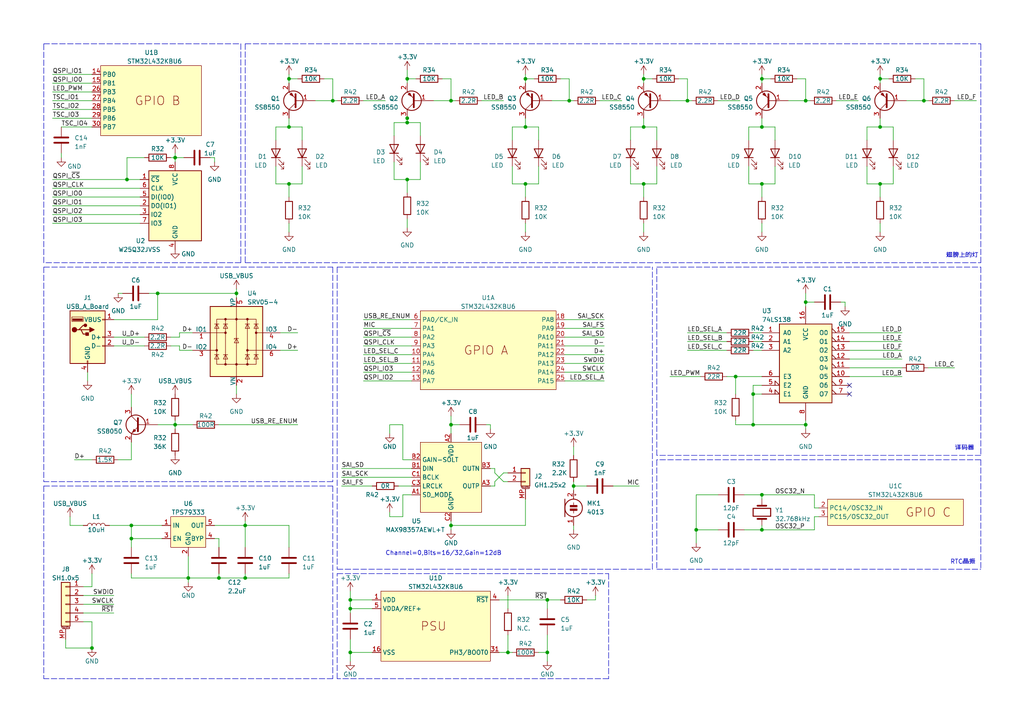
<source format=kicad_sch>
(kicad_sch (version 20230121) (generator eeschema)
  (paper "A4")
  (title_block (title "Fraduino") (date "2023-06-21") (rev "1.0") (comment 1 "审核: 向阳") (comment 2 "制图: 向阳") (comment 3 "设计: 向阳"))
  (junction (at 186.69 53.34))
  (junction (at 147.32 189.23))
  (junction (at 83.82 53.34))
  (junction (at 101.6 176.53))
  (junction (at 152.4 36.83))
  (junction (at 71.12 167.64))
  (junction (at 118.11 35.56))
  (junction (at 101.6 189.23))
  (junction (at 101.6 173.99))
  (junction (at 118.11 34.29))
  (junction (at 218.44 114.3))
  (junction (at 255.27 36.83))
  (junction (at 50.8 123.19))
  (junction (at 218.44 123.19))
  (junction (at 233.68 29.21))
  (junction (at 220.98 22.86))
  (junction (at 54.61 167.64))
  (junction (at 186.69 22.86))
  (junction (at 158.75 173.99))
  (junction (at 130.81 29.21))
  (junction (at 118.11 22.86))
  (junction (at 63.5 167.64))
  (junction (at 158.75 189.23))
  (junction (at 220.98 143.51))
  (junction (at 68.58 85.09))
  (junction (at 83.82 22.86))
  (junction (at 255.27 22.86))
  (junction (at 38.1 156.21))
  (junction (at 199.39 29.21))
  (junction (at 213.36 109.22))
  (junction (at 220.98 36.83))
  (junction (at 45.72 85.09))
  (junction (at 233.68 87.63))
  (junction (at 267.97 29.21))
  (junction (at 233.68 123.19))
  (junction (at 38.1 152.4))
  (junction (at 36.83 52.07))
  (junction (at 26.67 187.96))
  (junction (at 186.69 36.83))
  (junction (at 220.98 53.34))
  (junction (at 50.8 45.72))
  (junction (at 165.1 29.21))
  (junction (at 152.4 22.86))
  (junction (at 201.93 153.67))
  (junction (at 83.82 36.83))
  (junction (at 130.81 152.4))
  (junction (at 220.98 153.67))
  (junction (at 130.81 123.19))
  (junction (at 166.37 140.97))
  (junction (at 255.27 53.34))
  (junction (at 118.11 52.07))
  (junction (at 96.52 29.21))
  (junction (at 71.12 152.4))
  (junction (at 152.4 53.34))
  (no_connect (at 246.38 114.3))
  (no_connect (at 246.38 111.76))
  (wire (pts (xy 118.11 33.02) (xy 118.11 34.29)))
  (wire (pts (xy 83.82 34.29) (xy 83.82 36.83)))
  (wire (pts (xy 121.92 35.56) (xy 118.11 35.56)))
  (wire (pts (xy 71.12 167.64) (xy 71.12 166.37)))
  (wire (pts (xy 20.32 152.4) (xy 24.13 152.4)))
  (wire (pts (xy 83.82 36.83) (xy 80.01 36.83)))
  (wire (pts (xy 146.05 137.16) (xy 143.51 139.7)))
  (polyline (pts (xy 12.7 76.2) (xy 12.7 12.7)) (stroke (width 0) (type dash)))
  (wire (pts (xy 236.22 143.51) (xy 236.22 147.32)))
  (wire (pts (xy 52.07 96.52) (xy 55.88 96.52)))
  (wire (pts (xy 220.98 36.83) (xy 217.17 36.83)))
  (wire (pts (xy 237.49 149.86) (xy 236.22 149.86)))
  (wire (pts (xy 233.68 85.09) (xy 233.68 87.63)))
  (wire (pts (xy 158.75 173.99) (xy 158.75 176.53)))
  (wire (pts (xy 261.62 106.68) (xy 246.38 106.68)))
  (wire (pts (xy 148.59 36.83) (xy 148.59 40.64)))
  (wire (pts (xy 261.62 101.6) (xy 246.38 101.6)))
  (wire (pts (xy 182.88 36.83) (xy 182.88 40.64)))
  (wire (pts (xy 33.02 177.8) (xy 24.13 177.8)))
  (wire (pts (xy 220.98 53.34) (xy 217.17 53.34)))
  (wire (pts (xy 50.8 123.19) (xy 50.8 121.92)))
  (wire (pts (xy 265.43 22.86) (xy 267.97 22.86)))
  (wire (pts (xy 190.5 48.26) (xy 190.5 53.34)))
  (wire (pts (xy 49.53 97.79) (xy 52.07 97.79)))
  (wire (pts (xy 261.62 96.52) (xy 246.38 96.52)))
  (polyline (pts (xy 97.79 77.47) (xy 189.23 77.47)) (stroke (width 0) (type dash)))
  (wire (pts (xy 172.72 172.72) (xy 172.72 173.99)))
  (wire (pts (xy 213.36 114.3) (xy 213.36 109.22)))
  (wire (pts (xy 143.51 137.16) (xy 143.51 135.89)))
  (polyline (pts (xy 97.79 196.85) (xy 97.79 166.37)) (stroke (width 0) (type dash)))
  (wire (pts (xy 118.11 22.86) (xy 118.11 24.13)))
  (wire (pts (xy 19.05 187.96) (xy 26.67 187.96)))
  (wire (pts (xy 83.82 53.34) (xy 83.82 57.15)))
  (wire (pts (xy 87.63 53.34) (xy 83.82 53.34)))
  (wire (pts (xy 105.41 29.21) (xy 111.76 29.21)))
  (wire (pts (xy 156.21 36.83) (xy 152.4 36.83)))
  (wire (pts (xy 38.1 156.21) (xy 38.1 158.75)))
  (wire (pts (xy 97.79 29.21) (xy 96.52 29.21)))
  (wire (pts (xy 130.81 151.13) (xy 130.81 152.4)))
  (polyline (pts (xy 12.7 140.97) (xy 12.7 196.85)) (stroke (width 0) (type dash)))
  (wire (pts (xy 80.01 36.83) (xy 80.01 40.64)))
  (wire (pts (xy 147.32 189.23) (xy 147.32 184.15)))
  (wire (pts (xy 156.21 48.26) (xy 156.21 53.34)))
  (wire (pts (xy 50.8 123.19) (xy 50.8 124.46)))
  (polyline (pts (xy 96.52 196.85) (xy 12.7 196.85)) (stroke (width 0) (type dash)))
  (wire (pts (xy 87.63 40.64) (xy 87.63 36.83)))
  (polyline (pts (xy 97.79 166.37) (xy 176.53 166.37)) (stroke (width 0) (type dash)))
  (wire (pts (xy 267.97 22.86) (xy 267.97 29.21)))
  (wire (pts (xy 175.26 105.41) (xy 163.83 105.41)))
  (wire (pts (xy 143.51 135.89) (xy 142.24 135.89)))
  (wire (pts (xy 83.82 53.34) (xy 80.01 53.34)))
  (wire (pts (xy 175.26 95.25) (xy 163.83 95.25)))
  (wire (pts (xy 71.12 151.13) (xy 71.12 152.4)))
  (wire (pts (xy 105.41 92.71) (xy 119.38 92.71)))
  (wire (pts (xy 107.95 189.23) (xy 101.6 189.23)))
  (wire (pts (xy 93.98 22.86) (xy 96.52 22.86)))
  (wire (pts (xy 118.11 20.32) (xy 118.11 22.86)))
  (wire (pts (xy 45.72 123.19) (xy 50.8 123.19)))
  (wire (pts (xy 96.52 29.21) (xy 91.44 29.21)))
  (wire (pts (xy 255.27 22.86) (xy 255.27 24.13)))
  (polyline (pts (xy 69.85 12.7) (xy 69.85 76.2)) (stroke (width 0) (type dash)))
  (polyline (pts (xy 71.12 12.7) (xy 284.48 12.7)) (stroke (width 0) (type dash)))
  (wire (pts (xy 130.81 29.21) (xy 125.73 29.21)))
  (wire (pts (xy 105.41 105.41) (xy 119.38 105.41)))
  (wire (pts (xy 33.02 100.33) (xy 41.91 100.33)))
  (wire (pts (xy 158.75 189.23) (xy 158.75 191.77)))
  (wire (pts (xy 105.41 100.33) (xy 119.38 100.33)))
  (wire (pts (xy 218.44 101.6) (xy 220.98 101.6)))
  (wire (pts (xy 173.99 29.21) (xy 180.34 29.21)))
  (wire (pts (xy 245.11 88.9) (xy 245.11 87.63)))
  (wire (pts (xy 199.39 101.6) (xy 210.82 101.6)))
  (wire (pts (xy 17.78 36.83) (xy 26.67 36.83)))
  (wire (pts (xy 130.81 152.4) (xy 130.81 153.67)))
  (wire (pts (xy 31.75 152.4) (xy 38.1 152.4)))
  (wire (pts (xy 83.82 22.86) (xy 83.82 24.13)))
  (wire (pts (xy 158.75 184.15) (xy 158.75 189.23)))
  (wire (pts (xy 49.53 45.72) (xy 50.8 45.72)))
  (wire (pts (xy 255.27 34.29) (xy 255.27 36.83)))
  (wire (pts (xy 71.12 167.64) (xy 83.82 167.64)))
  (polyline (pts (xy 176.53 166.37) (xy 176.53 196.85)) (stroke (width 0) (type dash)))
  (polyline (pts (xy 284.48 133.35) (xy 190.5 133.35)) (stroke (width 0) (type dash)))
  (wire (pts (xy 38.1 166.37) (xy 38.1 167.64)))
  (wire (pts (xy 144.78 173.99) (xy 158.75 173.99)))
  (polyline (pts (xy 97.79 165.1) (xy 189.23 165.1)) (stroke (width 0) (type dash)))
  (wire (pts (xy 116.84 133.35) (xy 116.84 123.19)))
  (wire (pts (xy 50.8 45.72) (xy 53.34 45.72)))
  (wire (pts (xy 166.37 140.97) (xy 170.18 140.97)))
  (wire (pts (xy 130.81 120.65) (xy 130.81 123.19)))
  (wire (pts (xy 24.13 170.18) (xy 26.67 170.18)))
  (wire (pts (xy 46.99 156.21) (xy 38.1 156.21)))
  (wire (pts (xy 105.41 110.49) (xy 119.38 110.49)))
  (wire (pts (xy 83.82 166.37) (xy 83.82 167.64)))
  (wire (pts (xy 233.68 29.21) (xy 228.6 29.21)))
  (wire (pts (xy 107.95 173.99) (xy 101.6 173.99)))
  (wire (pts (xy 220.98 111.76) (xy 218.44 111.76)))
  (wire (pts (xy 269.24 29.21) (xy 267.97 29.21)))
  (wire (pts (xy 62.23 152.4) (xy 71.12 152.4)))
  (wire (pts (xy 236.22 149.86) (xy 236.22 153.67)))
  (wire (pts (xy 213.36 123.19) (xy 218.44 123.19)))
  (wire (pts (xy 152.4 53.34) (xy 148.59 53.34)))
  (wire (pts (xy 152.4 64.77) (xy 152.4 67.31)))
  (wire (pts (xy 218.44 99.06) (xy 220.98 99.06)))
  (wire (pts (xy 201.93 143.51) (xy 201.93 153.67)))
  (wire (pts (xy 147.32 189.23) (xy 148.59 189.23)))
  (wire (pts (xy 26.67 180.34) (xy 24.13 180.34)))
  (wire (pts (xy 119.38 133.35) (xy 116.84 133.35)))
  (polyline (pts (xy 69.85 76.2) (xy 12.7 76.2)) (stroke (width 0) (type dash)))
  (wire (pts (xy 86.36 96.52) (xy 81.28 96.52)))
  (wire (pts (xy 186.69 36.83) (xy 182.88 36.83)))
  (wire (pts (xy 255.27 53.34) (xy 251.46 53.34)))
  (wire (pts (xy 175.26 107.95) (xy 163.83 107.95)))
  (wire (pts (xy 132.08 29.21) (xy 130.81 29.21)))
  (wire (pts (xy 217.17 36.83) (xy 217.17 40.64)))
  (wire (pts (xy 130.81 123.19) (xy 130.81 125.73)))
  (wire (pts (xy 158.75 173.99) (xy 162.56 173.99)))
  (wire (pts (xy 24.13 175.26) (xy 33.02 175.26)))
  (wire (pts (xy 139.7 29.21) (xy 146.05 29.21)))
  (wire (pts (xy 199.39 96.52) (xy 210.82 96.52)))
  (wire (pts (xy 105.41 107.95) (xy 119.38 107.95)))
  (wire (pts (xy 17.78 44.45) (xy 17.78 45.72)))
  (polyline (pts (xy 71.12 76.2) (xy 284.48 76.2)) (stroke (width 0) (type dash)))
  (wire (pts (xy 101.6 176.53) (xy 101.6 177.8)))
  (wire (pts (xy 261.62 109.22) (xy 246.38 109.22)))
  (wire (pts (xy 116.84 149.86) (xy 113.03 149.86)))
  (wire (pts (xy 50.8 45.72) (xy 50.8 46.99)))
  (wire (pts (xy 200.66 29.21) (xy 199.39 29.21)))
  (wire (pts (xy 41.91 45.72) (xy 36.83 45.72)))
  (wire (pts (xy 259.08 48.26) (xy 259.08 53.34)))
  (wire (pts (xy 26.67 187.96) (xy 26.67 180.34)))
  (wire (pts (xy 220.98 64.77) (xy 220.98 67.31)))
  (wire (pts (xy 114.3 35.56) (xy 114.3 39.37)))
  (wire (pts (xy 99.06 140.97) (xy 107.95 140.97)))
  (wire (pts (xy 26.67 166.37) (xy 26.67 170.18)))
  (wire (pts (xy 147.32 137.16) (xy 146.05 137.16)))
  (wire (pts (xy 101.6 189.23) (xy 101.6 185.42)))
  (wire (pts (xy 220.98 143.51) (xy 236.22 143.51)))
  (wire (pts (xy 121.92 52.07) (xy 118.11 52.07)))
  (wire (pts (xy 218.44 114.3) (xy 218.44 123.19)))
  (wire (pts (xy 208.28 143.51) (xy 201.93 143.51)))
  (wire (pts (xy 49.53 100.33) (xy 52.07 100.33)))
  (wire (pts (xy 152.4 22.86) (xy 152.4 24.13)))
  (wire (pts (xy 147.32 172.72) (xy 147.32 176.53)))
  (wire (pts (xy 143.51 140.97) (xy 143.51 139.7)))
  (wire (pts (xy 113.03 149.86) (xy 113.03 148.59)))
  (polyline (pts (xy 12.7 12.7) (xy 69.85 12.7)) (stroke (width 0) (type dash)))
  (wire (pts (xy 128.27 22.86) (xy 130.81 22.86)))
  (wire (pts (xy 210.82 109.22) (xy 213.36 109.22)))
  (wire (pts (xy 34.29 133.35) (xy 38.1 133.35)))
  (wire (pts (xy 130.81 22.86) (xy 130.81 29.21)))
  (wire (pts (xy 186.69 53.34) (xy 182.88 53.34)))
  (wire (pts (xy 142.24 123.19) (xy 140.97 123.19)))
  (wire (pts (xy 186.69 22.86) (xy 186.69 24.13)))
  (wire (pts (xy 142.24 140.97) (xy 143.51 140.97)))
  (wire (pts (xy 116.84 123.19) (xy 113.03 123.19)))
  (wire (pts (xy 116.84 143.51) (xy 116.84 149.86)))
  (wire (pts (xy 162.56 22.86) (xy 165.1 22.86)))
  (wire (pts (xy 152.4 36.83) (xy 148.59 36.83)))
  (wire (pts (xy 15.24 21.59) (xy 26.67 21.59)))
  (polyline (pts (xy 190.5 133.35) (xy 190.5 165.1)) (stroke (width 0) (type dash)))
  (wire (pts (xy 20.32 149.86) (xy 20.32 152.4)))
  (wire (pts (xy 101.6 171.45) (xy 101.6 173.99)))
  (wire (pts (xy 186.69 53.34) (xy 186.69 57.15)))
  (wire (pts (xy 96.52 22.86) (xy 96.52 29.21)))
  (wire (pts (xy 99.06 135.89) (xy 119.38 135.89)))
  (wire (pts (xy 143.51 137.16) (xy 146.05 139.7)))
  (wire (pts (xy 101.6 173.99) (xy 101.6 176.53)))
  (wire (pts (xy 15.24 59.69) (xy 40.64 59.69)))
  (wire (pts (xy 166.37 140.97) (xy 166.37 142.24)))
  (wire (pts (xy 152.4 144.78) (xy 152.4 152.4)))
  (wire (pts (xy 87.63 48.26) (xy 87.63 53.34)))
  (wire (pts (xy 190.5 40.64) (xy 190.5 36.83)))
  (polyline (pts (xy 96.52 140.97) (xy 96.52 196.85)) (stroke (width 0) (type dash)))
  (wire (pts (xy 52.07 97.79) (xy 52.07 96.52)))
  (polyline (pts (xy 190.5 132.08) (xy 190.5 77.47)) (stroke (width 0) (type dash)))
  (wire (pts (xy 175.26 102.87) (xy 163.83 102.87)))
  (wire (pts (xy 15.24 26.67) (xy 26.67 26.67)))
  (wire (pts (xy 15.24 62.23) (xy 40.64 62.23)))
  (wire (pts (xy 63.5 167.64) (xy 71.12 167.64)))
  (wire (pts (xy 245.11 87.63) (xy 243.84 87.63)))
  (polyline (pts (xy 12.7 77.47) (xy 12.7 139.7)) (stroke (width 0) (type dash)))
  (wire (pts (xy 118.11 22.86) (xy 120.65 22.86)))
  (wire (pts (xy 201.93 153.67) (xy 201.93 157.48)))
  (wire (pts (xy 63.5 123.19) (xy 86.36 123.19)))
  (wire (pts (xy 185.42 140.97) (xy 177.8 140.97)))
  (wire (pts (xy 259.08 36.83) (xy 255.27 36.83)))
  (wire (pts (xy 62.23 45.72) (xy 60.96 45.72)))
  (wire (pts (xy 186.69 21.59) (xy 186.69 22.86)))
  (wire (pts (xy 68.58 114.3) (xy 68.58 111.76)))
  (wire (pts (xy 15.24 52.07) (xy 36.83 52.07)))
  (wire (pts (xy 236.22 147.32) (xy 237.49 147.32)))
  (wire (pts (xy 218.44 114.3) (xy 220.98 114.3)))
  (wire (pts (xy 190.5 36.83) (xy 186.69 36.83)))
  (wire (pts (xy 182.88 53.34) (xy 182.88 48.26)))
  (wire (pts (xy 38.1 133.35) (xy 38.1 128.27)))
  (wire (pts (xy 142.24 124.46) (xy 142.24 123.19)))
  (wire (pts (xy 15.24 29.21) (xy 26.67 29.21)))
  (wire (pts (xy 199.39 22.86) (xy 199.39 29.21)))
  (wire (pts (xy 43.18 85.09) (xy 45.72 85.09)))
  (wire (pts (xy 220.98 53.34) (xy 220.98 57.15)))
  (wire (pts (xy 52.07 101.6) (xy 52.07 100.33)))
  (wire (pts (xy 50.8 44.45) (xy 50.8 45.72)))
  (wire (pts (xy 83.82 22.86) (xy 86.36 22.86)))
  (wire (pts (xy 224.79 53.34) (xy 220.98 53.34)))
  (polyline (pts (xy 12.7 140.97) (xy 96.52 140.97)) (stroke (width 0) (type dash)))
  (wire (pts (xy 38.1 167.64) (xy 54.61 167.64)))
  (wire (pts (xy 38.1 156.21) (xy 38.1 152.4)))
  (wire (pts (xy 105.41 95.25) (xy 119.38 95.25)))
  (wire (pts (xy 208.28 153.67) (xy 201.93 153.67)))
  (polyline (pts (xy 284.48 77.47) (xy 284.48 132.08)) (stroke (width 0) (type dash)))
  (wire (pts (xy 215.9 143.51) (xy 220.98 143.51)))
  (wire (pts (xy 251.46 36.83) (xy 251.46 40.64)))
  (wire (pts (xy 166.37 129.54) (xy 166.37 132.08)))
  (wire (pts (xy 152.4 53.34) (xy 152.4 57.15)))
  (wire (pts (xy 242.57 29.21) (xy 248.92 29.21)))
  (wire (pts (xy 54.61 161.29) (xy 54.61 167.64)))
  (wire (pts (xy 86.36 101.6) (xy 81.28 101.6)))
  (polyline (pts (xy 190.5 165.1) (xy 284.48 165.1)) (stroke (width 0) (type dash)))
  (wire (pts (xy 199.39 29.21) (xy 194.31 29.21)))
  (wire (pts (xy 105.41 102.87) (xy 119.38 102.87)))
  (wire (pts (xy 172.72 173.99) (xy 170.18 173.99)))
  (wire (pts (xy 233.68 123.19) (xy 233.68 124.46)))
  (wire (pts (xy 68.58 85.09) (xy 68.58 86.36)))
  (wire (pts (xy 118.11 34.29) (xy 118.11 35.56)))
  (wire (pts (xy 15.24 24.13) (xy 26.67 24.13)))
  (wire (pts (xy 165.1 22.86) (xy 165.1 29.21)))
  (wire (pts (xy 15.24 54.61) (xy 40.64 54.61)))
  (wire (pts (xy 152.4 22.86) (xy 154.94 22.86)))
  (wire (pts (xy 261.62 104.14) (xy 246.38 104.14)))
  (wire (pts (xy 36.83 52.07) (xy 40.64 52.07)))
  (wire (pts (xy 71.12 152.4) (xy 71.12 158.75)))
  (wire (pts (xy 63.5 166.37) (xy 63.5 167.64)))
  (wire (pts (xy 217.17 53.34) (xy 217.17 48.26)))
  (wire (pts (xy 224.79 36.83) (xy 220.98 36.83)))
  (wire (pts (xy 220.98 22.86) (xy 223.52 22.86)))
  (wire (pts (xy 156.21 40.64) (xy 156.21 36.83)))
  (wire (pts (xy 175.26 97.79) (xy 163.83 97.79)))
  (wire (pts (xy 45.72 85.09) (xy 45.72 92.71)))
  (wire (pts (xy 166.37 152.4) (xy 166.37 153.67)))
  (wire (pts (xy 233.68 87.63) (xy 236.22 87.63)))
  (wire (pts (xy 165.1 29.21) (xy 160.02 29.21)))
  (wire (pts (xy 152.4 152.4) (xy 130.81 152.4)))
  (polyline (pts (xy 96.52 139.7) (xy 12.7 139.7)) (stroke (width 0) (type dash)))
  (wire (pts (xy 231.14 22.86) (xy 233.68 22.86)))
  (wire (pts (xy 83.82 158.75) (xy 83.82 152.4)))
  (wire (pts (xy 87.63 36.83) (xy 83.82 36.83)))
  (wire (pts (xy 166.37 29.21) (xy 165.1 29.21)))
  (wire (pts (xy 121.92 46.99) (xy 121.92 52.07)))
  (wire (pts (xy 220.98 22.86) (xy 220.98 24.13)))
  (polyline (pts (xy 12.7 77.47) (xy 96.52 77.47)) (stroke (width 0) (type dash)))
  (wire (pts (xy 186.69 22.86) (xy 189.23 22.86)))
  (wire (pts (xy 255.27 53.34) (xy 255.27 57.15)))
  (wire (pts (xy 213.36 109.22) (xy 220.98 109.22)))
  (wire (pts (xy 68.58 83.82) (xy 68.58 85.09)))
  (wire (pts (xy 68.58 85.09) (xy 45.72 85.09)))
  (wire (pts (xy 218.44 111.76) (xy 218.44 114.3)))
  (polyline (pts (xy 284.48 76.2) (xy 284.48 12.7)) (stroke (width 0) (type dash)))
  (wire (pts (xy 38.1 152.4) (xy 46.99 152.4)))
  (wire (pts (xy 118.11 63.5) (xy 118.11 66.04)))
  (wire (pts (xy 175.26 110.49) (xy 163.83 110.49)))
  (wire (pts (xy 218.44 123.19) (xy 233.68 123.19)))
  (wire (pts (xy 224.79 40.64) (xy 224.79 36.83)))
  (wire (pts (xy 99.06 138.43) (xy 119.38 138.43)))
  (wire (pts (xy 186.69 34.29) (xy 186.69 36.83)))
  (wire (pts (xy 33.02 97.79) (xy 41.91 97.79)))
  (wire (pts (xy 83.82 152.4) (xy 71.12 152.4)))
  (wire (pts (xy 152.4 21.59) (xy 152.4 22.86)))
  (wire (pts (xy 175.26 92.71) (xy 163.83 92.71)))
  (wire (pts (xy 50.8 123.19) (xy 55.88 123.19)))
  (wire (pts (xy 199.39 99.06) (xy 210.82 99.06)))
  (wire (pts (xy 276.86 106.68) (xy 269.24 106.68)))
  (wire (pts (xy 101.6 189.23) (xy 101.6 191.77)))
  (wire (pts (xy 15.24 31.75) (xy 26.67 31.75)))
  (wire (pts (xy 166.37 139.7) (xy 166.37 140.97)))
  (wire (pts (xy 146.05 139.7) (xy 147.32 139.7)))
  (polyline (pts (xy 189.23 165.1) (xy 189.23 77.47)) (stroke (width 0) (type dash)))
  (wire (pts (xy 121.92 39.37) (xy 121.92 35.56)))
  (polyline (pts (xy 284.48 133.35) (xy 284.48 165.1)) (stroke (width 0) (type dash)))
  (wire (pts (xy 24.13 172.72) (xy 33.02 172.72)))
  (wire (pts (xy 152.4 34.29) (xy 152.4 36.83)))
  (wire (pts (xy 156.21 53.34) (xy 152.4 53.34)))
  (wire (pts (xy 255.27 64.77) (xy 255.27 67.31)))
  (wire (pts (xy 38.1 114.3) (xy 38.1 118.11)))
  (wire (pts (xy 19.05 185.42) (xy 19.05 187.96)))
  (wire (pts (xy 63.5 158.75) (xy 63.5 156.21)))
  (polyline (pts (xy 190.5 77.47) (xy 284.48 77.47)) (stroke (width 0) (type dash)))
  (wire (pts (xy 208.28 29.21) (xy 214.63 29.21)))
  (wire (pts (xy 255.27 22.86) (xy 257.81 22.86)))
  (polyline (pts (xy 284.48 132.08) (xy 190.5 132.08)) (stroke (width 0) (type dash)))
  (wire (pts (xy 267.97 29.21) (xy 262.89 29.21)))
  (polyline (pts (xy 176.53 196.85) (xy 97.79 196.85)) (stroke (width 0) (type dash)))
  (wire (pts (xy 54.61 167.64) (xy 63.5 167.64)))
  (wire (pts (xy 220.98 144.78) (xy 220.98 143.51)))
  (wire (pts (xy 196.85 22.86) (xy 199.39 22.86)))
  (wire (pts (xy 255.27 21.59) (xy 255.27 22.86)))
  (wire (pts (xy 148.59 53.34) (xy 148.59 48.26)))
  (wire (pts (xy 236.22 153.67) (xy 220.98 153.67)))
  (wire (pts (xy 175.26 100.33) (xy 163.83 100.33)))
  (wire (pts (xy 213.36 121.92) (xy 213.36 123.19)))
  (wire (pts (xy 156.21 189.23) (xy 158.75 189.23)))
  (wire (pts (xy 261.62 99.06) (xy 246.38 99.06)))
  (wire (pts (xy 83.82 21.59) (xy 83.82 22.86)))
  (wire (pts (xy 259.08 40.64) (xy 259.08 36.83)))
  (wire (pts (xy 118.11 52.07) (xy 118.11 55.88)))
  (wire (pts (xy 233.68 121.92) (xy 233.68 123.19)))
  (wire (pts (xy 118.11 52.07) (xy 114.3 52.07)))
  (wire (pts (xy 220.98 153.67) (xy 220.98 152.4)))
  (wire (pts (xy 234.95 29.21) (xy 233.68 29.21)))
  (wire (pts (xy 255.27 36.83) (xy 251.46 36.83)))
  (wire (pts (xy 63.5 156.21) (xy 62.23 156.21)))
  (wire (pts (xy 233.68 87.63) (xy 233.68 88.9)))
  (wire (pts (xy 34.29 85.09) (xy 35.56 85.09)))
  (wire (pts (xy 83.82 64.77) (xy 83.82 67.31)))
  (wire (pts (xy 101.6 176.53) (xy 107.95 176.53)))
  (wire (pts (xy 220.98 34.29) (xy 220.98 36.83)))
  (wire (pts (xy 251.46 53.34) (xy 251.46 48.26)))
  (wire (pts (xy 276.86 29.21) (xy 283.21 29.21)))
  (wire (pts (xy 218.44 96.52) (xy 220.98 96.52)))
  (wire (pts (xy 194.31 109.22) (xy 203.2 109.22)))
  (wire (pts (xy 215.9 153.67) (xy 220.98 153.67)))
  (wire (pts (xy 190.5 53.34) (xy 186.69 53.34)))
  (wire (pts (xy 80.01 53.34) (xy 80.01 48.26)))
  (wire (pts (xy 45.72 92.71) (xy 33.02 92.71)))
  (wire (pts (xy 114.3 52.07) (xy 114.3 46.99)))
  (wire (pts (xy 144.78 189.23) (xy 147.32 189.23)))
  (polyline (pts (xy 96.52 77.47) (xy 96.52 139.7)) (stroke (width 0) (type dash)))
  (polyline (pts (xy 71.12 12.7) (xy 71.12 76.2)) (stroke (width 0) (type dash)))
  (wire (pts (xy 15.24 34.29) (xy 26.67 34.29)))
  (wire (pts (xy 220.98 21.59) (xy 220.98 22.86)))
  (wire (pts (xy 62.23 46.99) (xy 62.23 45.72)))
  (wire (pts (xy 186.69 64.77) (xy 186.69 67.31)))
  (wire (pts (xy 259.08 53.34) (xy 255.27 53.34)))
  (wire (pts (xy 105.41 97.79) (xy 119.38 97.79)))
  (wire (pts (xy 15.24 64.77) (xy 40.64 64.77)))
  (wire (pts (xy 113.03 123.19) (xy 113.03 125.73)))
  (wire (pts (xy 233.68 22.86) (xy 233.68 29.21)))
  (wire (pts (xy 118.11 35.56) (xy 114.3 35.56)))
  (wire (pts (xy 55.88 101.6) (xy 52.07 101.6)))
  (wire (pts (xy 119.38 143.51) (xy 116.84 143.51)))
  (wire (pts (xy 130.81 123.19) (xy 133.35 123.19)))
  (wire (pts (xy 25.4 107.95) (xy 25.4 110.49)))
  (wire (pts (xy 21.59 133.35) (xy 26.67 133.35)))
  (wire (pts (xy 115.57 140.97) (xy 119.38 140.97)))
  (wire (pts (xy 36.83 45.72) (xy 36.83 52.07)))
  (wire (pts (xy 54.61 167.64) (xy 54.61 168.91)))
  (wire (pts (xy 15.24 57.15) (xy 40.64 57.15)))
  (polyline (pts (xy 97.79 77.47) (xy 97.79 165.1)) (stroke (width 0) (type dash)))
  (wire (pts (xy 224.79 48.26) (xy 224.79 53.34)))
  (text "翅膀上的灯" (at 274.32 74.93 0) (effects (font (size 1.27 1.27)) (justify left bottom)))
  (text "Channel=0,Bits=16/32,Gain=12dB" (at 111.76 161.29 0) (effects (font (size 1.27 1.27)) (justify left bottom)))
  (text "译码器" (at 276.86 130.81 0) (effects (font (size 1.27 1.27)) (justify left bottom)))
  (text "RTC晶振" (at 275.59 163.83 0) (effects (font (size 1.27 1.27)) (justify left bottom)))
  (label "SAI_SCK" (at 175.26 92.71 180))
  (label "TSC_IO2" (at 15.24 31.75 0))
  (label "D-" (at 86.36 96.52 180))
  (label "QSPI_IO0" (at 15.24 57.15 0))
  (label "LED_F" (at 261.62 101.6 180))
  (label "QSPI_IO2" (at 15.24 62.23 0))
  (label "LED_SEL_C" (at 199.39 101.6 0))
  (label "QSPI_IO3" (at 105.41 107.95 0))
  (label "LED_E" (at 261.62 99.06 180))
  (label "LED_SEL_C" (at 105.41 102.87 0))
  (label "QSPI_CLK" (at 15.24 54.61 0))
  (label "SWDIO" (at 33.02 172.72 180))
  (label "LED_PWM" (at 15.24 26.67 0))
  (label "MIC" (at 185.42 140.97 180))
  (label "QSPI_CLK" (at 105.41 100.33 0))
  (label "QSPI_~{CS}" (at 105.41 97.79 0))
  (label "LED_D" (at 214.63 29.21 180))
  (label "LED_SEL_B" (at 105.41 105.41 0))
  (label "SWDIO" (at 175.26 105.41 180))
  (label "LED_SEL_A" (at 175.26 110.49 180))
  (label "USB_RE_ENUM" (at 86.36 123.19 180))
  (label "LED_B" (at 146.05 29.21 180))
  (label "LED_F" (at 283.21 29.21 180))
  (label "QSPI_~{CS}" (at 15.24 52.07 0))
  (label "LED_PWM" (at 194.31 109.22 0))
  (label "LED_E" (at 248.92 29.21 180))
  (label "U_D-" (at 40.64 100.33 180))
  (label "LED_C" (at 180.34 29.21 180))
  (label "QSPI_IO1" (at 15.24 21.59 0))
  (label "OSC32_P" (at 224.79 153.67 0))
  (label "QSPI_IO2" (at 105.41 110.49 0))
  (label "MIC" (at 105.41 95.25 0))
  (label "SAI_SD" (at 99.06 135.89 0))
  (label "LED_D" (at 261.62 96.52 180))
  (label "SWCLK" (at 175.26 107.95 180))
  (label "D+" (at 175.26 102.87 180))
  (label "SAI_FS" (at 175.26 95.25 180))
  (label "TSC_IO1" (at 15.24 29.21 0))
  (label "LED_SEL_B" (at 199.39 99.06 0))
  (label "D-" (at 175.26 100.33 180))
  (label "D+" (at 86.36 101.6 180))
  (label "LED_B" (at 261.62 109.22 180))
  (label "D-" (at 55.88 101.6 180))
  (label "LED_SEL_A" (at 199.39 96.52 0))
  (label "TSC_IO4" (at 17.78 36.83 0))
  (label "D+" (at 21.59 133.35 0))
  (label "QSPI_IO0" (at 15.24 24.13 0))
  (label "D+" (at 55.88 96.52 180))
  (label "SAI_SCK" (at 99.06 138.43 0))
  (label "QSPI_IO3" (at 15.24 64.77 0))
  (label "LED_A" (at 111.76 29.21 180))
  (label "U_D+" (at 40.64 97.79 180))
  (label "SWCLK" (at 33.02 175.26 180))
  (label "LED_A" (at 261.62 104.14 180))
  (label "SAI_SD" (at 175.26 97.79 180))
  (label "OSC32_N" (at 224.79 143.51 0))
  (label "TSC_IO3" (at 15.24 34.29 0))
  (label "~{RST}" (at 33.02 177.8 180))
  (label "LED_C" (at 276.86 106.68 180))
  (label "USB_RE_ENUM" (at 105.41 92.71 0))
  (label "QSPI_IO1" (at 15.24 59.69 0))
  (label "SAI_FS" (at 99.06 140.97 0))
  (label "~{RST}" (at 158.75 173.99 180))
  (symbol (lib_id "Device:R") (at 135.89 29.21 270) (unit 1)
    (property "Reference" "R42" (at 135.89 26.67 90))
    (property "Value" "2.2R" (at 135.89 29.21 90))
    (property "Footprint" "lc_lib:0603_R" (effects hide))
    (instances (project "driver" (path "" (reference "R42") (unit 1))) (project "fraduino" (path "" (reference "R6") (unit 1))))
  )
  (symbol (lib_id "power:GND") (at 50.8 132.08 0) (unit 1)
    (property "Reference" "#PWR045" (effects hide))
    (property "Value" "GND" (at 50.8 137.16 0))
    (instances (project "driver" (path "" (reference "#PWR045") (unit 1))) (project "fraduino" (path "" (reference "#PWR027") (unit 1))))
  )
  (symbol (lib_id "power:GND") (at 245.11 88.9 0) (unit 1)
    (property "Reference" "#PWR045" (effects hide))
    (property "Value" "GND" (at 245.11 93.98 0))
    (instances (project "driver" (path "" (reference "#PWR045") (unit 1))) (project "fraduino" (path "" (reference "#PWR012") (unit 1))))
  )
  (symbol (lib_id "power:GND") (at 34.29 85.09 0) (unit 1)
    (property "Reference" "#PWR045" (effects hide))
    (property "Value" "GND" (at 34.29 90.17 0))
    (instances (project "driver" (path "" (reference "#PWR045") (unit 1))) (project "fraduino" (path "" (reference "#PWR028") (unit 1))))
  )
  (symbol (lib_id "Device:R") (at 207.01 109.22 270) (unit 1)
    (property "Reference" "R42" (at 207.01 106.68 90))
    (property "Value" "22R" (at 207.01 109.22 90))
    (property "Footprint" "lc_lib:0603_R" (effects hide))
    (instances (project "driver" (path "" (reference "R42") (unit 1))) (project "fraduino" (path "" (reference "R29") (unit 1))))
  )
  (symbol (lib_id "power:GND") (at 50.8 72.39 0) (unit 1)
    (property "Reference" "#PWR045" (effects hide))
    (property "Value" "GND" (at 54.61 73.66 0))
    (instances (project "driver" (path "" (reference "#PWR045") (unit 1))) (project "fraduino" (path "" (reference "#PWR030") (unit 1))))
  )
  (symbol (lib_id "Device:R") (at 83.82 60.96 0) (unit 1)
    (property "Reference" "R32" (at 86.36 60.325 0) (effects (justify left)))
    (property "Value" "10K" (at 86.36 62.865 0) (effects (justify left)))
    (property "Footprint" "lc_lib:0603_R" (effects hide))
    (instances (project "driver" (path "" (reference "R32") (unit 1))) (project "fraduino" (path "" (reference "R1") (unit 1))))
  )
  (symbol (lib_id "power:GND") (at 255.27 67.31 0) (unit 1)
    (property "Reference" "#PWR045" (effects hide))
    (property "Value" "GND" (at 255.27 72.39 0))
    (instances (project "driver" (path "" (reference "#PWR045") (unit 1))) (project "fraduino" (path "" (reference "#PWR016") (unit 1))))
  )
  (symbol (lib_id "power:+3.3V") (at 186.69 21.59 0) (unit 1)
    (property "Reference" "#PWR08" (effects hide))
    (property "Value" "+3.3V" (at 186.69 17.78 0))
  )
  (symbol (lib_id "power:+3.3V") (at 220.98 21.59 0) (unit 1)
    (property "Reference" "#PWR013" (effects hide))
    (property "Value" "+3.3V" (at 220.98 17.78 0))
  )
  (symbol (lib_id "power:+3.3V") (at 152.4 21.59 0) (unit 1)
    (property "Reference" "#PWR05" (effects hide))
    (property "Value" "+3.3V" (at 152.4 17.78 0))
  )
  (symbol (lib_id "power:+3.3V") (at 26.67 166.37 0) (unit 1)
    (property "Reference" "#PWR054" (effects hide))
    (property "Value" "+3.3V" (at 26.67 162.56 0))
    (instances (project "driver" (path "" (reference "#PWR054") (unit 1))) (project "fraduino" (path "" (reference "#PWR042") (unit 1))))
  )
  (symbol (lib_id "power:+3.3V") (at 147.32 172.72 0) (unit 1)
    (property "Reference" "#PWR021" (effects hide))
    (property "Value" "+3.3V" (at 147.32 168.91 0))
  )
  (symbol (lib_id "Device:C") (at 83.82 162.56 0) (unit 1)
    (property "Reference" "C11" (at 87.63 161.925 0) (effects (justify left)))
    (property "Value" "1uF" (at 87.63 164.465 0) (effects (justify left)))
    (property "Footprint" "lc_lib:0603_C" (effects hide))
  )
  (symbol (lib_id "power:GND") (at 201.93 157.48 0) (unit 1)
    (property "Reference" "#PWR045" (effects hide))
    (property "Value" "GND" (at 201.93 162.56 0))
    (instances (project "driver" (path "" (reference "#PWR045") (unit 1))) (project "fraduino" (path "" (reference "#PWR019") (unit 1))))
  )
  (symbol (lib_id "Device:R") (at 59.69 123.19 270) (unit 1)
    (property "Reference" "R42" (at 59.69 120.65 90))
    (property "Value" "100R" (at 59.69 123.19 90))
    (property "Footprint" "lc_lib:0603_R" (effects hide))
    (instances (project "driver" (path "" (reference "R42") (unit 1))) (project "fraduino" (path "" (reference "R33") (unit 1))))
  )
  (symbol (lib_id "Device:Microphone_Condenser") (at 166.37 147.32 0) (unit 1)
    (property "Reference" "MK1" (at 170.18 145.9865 0) (effects (justify left)))
    (property "Value" "4013" (at 170.18 148.5265 0) (effects (justify left)))
    (property "Footprint" "mylib2:MIC_4013" (effects hide))
  )
  (symbol (lib_id "Device:C") (at 173.99 140.97 90) (unit 1)
    (property "Reference" "C9" (at 173.99 134.62 90))
    (property "Value" "1nF" (at 173.99 137.16 90))
    (property "Footprint" "lc_lib:0603_C" (effects hide))
  )
  (symbol (lib_id "power:+3.3V") (at 50.8 44.45 0) (unit 1)
    (property "Reference" "#PWR031" (effects hide))
    (property "Value" "+3.3V" (at 50.8 40.64 0))
  )
  (symbol (lib_id "mylib2:MAX98357AEWL") (at 130.81 148.59 0) (unit 1)
    (property "Reference" "U5" (at 119.38 151.13 0) (effects (justify left)))
    (property "Value" "MAX98357AEWL+T" (at 111.76 153.67 0) (effects (justify left)))
    (property "Footprint" "mylib2:WLCSP-9_3x3_1.437x1.347mm" (effects hide))
    (property "Datasheet" "https://www.analog.com/media/en/technical-documentation/data-sheets/MAX98357A-MAX98357B.pdf" (effects hide))
  )
  (symbol (lib_id "74xx:74LS138") (at 233.68 104.14 0) (unit 1)
    (property "Reference" "U3" (at 220.98 90.17 0) (effects (justify left)))
    (property "Value" "74LS138" (at 220.98 92.71 0) (effects (justify left)))
    (property "Footprint" "Package_SO:SOP-16_3.9x9.9mm_P1.27mm" (effects hide))
    (property "Datasheet" "http://www.ti.com/lit/gpn/sn74LS138" (effects hide))
  )
  (symbol (lib_id "mylib2:USB_A_Board") (at 25.4 97.79 0) (unit 1) (in_bom no)
    (property "Reference" "J1" (at 25.4 86.36 0))
    (property "Value" "USB_A_Board" (at 25.4 88.9 0))
    (property "Footprint" "mylib2:USB_TypeA_OnBoard" (effects hide))
    (property "Datasheet" " ~" (effects hide))
  )
  (symbol (lib_id "Device:R") (at 255.27 60.96 0) (unit 1)
    (property "Reference" "R32" (at 257.81 60.325 0) (effects (justify left)))
    (property "Value" "10K" (at 257.81 62.865 0) (effects (justify left)))
    (property "Footprint" "lc_lib:0603_R" (effects hide))
    (instances (project "driver" (path "" (reference "R32") (unit 1))) (project "fraduino" (path "" (reference "R16") (unit 1))))
  )
  (symbol (lib_id "mylib2:STM32L432KBU6") (at 140.97 113.03 0) (unit 1)
    (property "Reference" "U1" (at 141.605 86.36 0))
    (property "Value" "STM32L432KBU6" (at 141.605 88.9 0))
    (property "Footprint" "Package_DFN_QFN:QFN-32-1EP_5x5mm_P0.5mm_EP3.6x3.6mm" (effects hide))
    (property "Datasheet" "https://www.stmicroelectronics.com.cn/zh/microcontrollers-microprocessors/stm32l432kb.html" (effects hide))
  )
  (symbol (lib_id "power:+3.3V") (at 71.12 151.13 0) (unit 1)
    (property "Reference" "#PWR040" (effects hide))
    (property "Value" "+3.3V" (at 71.12 147.32 0))
  )
  (symbol (lib_id "Device:R") (at 45.72 97.79 270) (unit 1)
    (property "Reference" "R42" (at 45.72 95.25 90))
    (property "Value" "2.2R" (at 45.72 97.79 90))
    (property "Footprint" "lc_lib:0603_R" (effects hide))
    (instances (project "driver" (path "" (reference "R42") (unit 1))) (project "fraduino" (path "" (reference "R24") (unit 1))))
  )
  (symbol (lib_id "power:+3.3V") (at 113.03 148.59 0) (unit 1)
    (property "Reference" "#PWR037" (effects hide))
    (property "Value" "+3.3V" (at 113.03 144.78 0))
  )
  (symbol (lib_id "Device:R") (at 227.33 22.86 270) (unit 1)
    (property "Reference" "R34" (at 227.33 20.32 90))
    (property "Value" "10K" (at 227.33 22.86 90))
    (property "Footprint" "lc_lib:0603_R" (effects hide))
    (instances (project "driver" (path "" (reference "R34") (unit 1))) (project "fraduino" (path "" (reference "R14") (unit 1))))
  )
  (symbol (lib_id "Device:R") (at 166.37 173.99 270) (unit 1)
    (property "Reference" "R42" (at 166.37 171.45 90))
    (property "Value" "10K" (at 166.37 173.99 90))
    (property "Footprint" "lc_lib:0603_R" (effects hide))
    (instances (project "driver" (path "" (reference "R42") (unit 1))) (project "fraduino" (path "" (reference "R23") (unit 1))))
  )
  (symbol (lib_id "power:GND") (at 158.75 191.77 0) (unit 1)
    (property "Reference" "#PWR045" (effects hide))
    (property "Value" "GND" (at 158.75 195.58 0))
    (instances (project "driver" (path "" (reference "#PWR045") (unit 1))) (project "fraduino" (path "" (reference "#PWR07") (unit 1))))
  )
  (symbol (lib_id "power:GND") (at 142.24 124.46 0) (unit 1)
    (property "Reference" "#PWR045" (effects hide))
    (property "Value" "GND" (at 142.24 129.54 0))
    (instances (project "driver" (path "" (reference "#PWR045") (unit 1))) (project "fraduino" (path "" (reference "#PWR035") (unit 1))))
  )
  (symbol (lib_id "Device:C") (at 38.1 162.56 0) (unit 1)
    (property "Reference" "C13" (at 41.91 161.925 0) (effects (justify left)))
    (property "Value" "1uF" (at 41.91 164.465 0) (effects (justify left)))
    (property "Footprint" "lc_lib:0603_C" (effects hide))
  )
  (symbol (lib_id "power:+3.3V") (at 166.37 129.54 0) (unit 1)
    (property "Reference" "#PWR039" (effects hide))
    (property "Value" "+3.3V" (at 166.37 125.73 0))
  )
  (symbol (lib_id "power:GND") (at 26.67 187.96 0) (unit 1)
    (property "Reference" "#PWR055" (effects hide))
    (property "Value" "GND" (at 26.67 191.77 0))
    (instances (project "driver" (path "" (reference "#PWR055") (unit 1))) (project "fraduino" (path "" (reference "#PWR043") (unit 1))))
  )
  (symbol (lib_id "mylib2:USB_VBUS") (at 68.58 83.82 0) (unit 1)
    (property "Reference" "#PWR024" (effects hide))
    (property "Value" "USB_VBUS" (at 68.58 80.01 0))
  )
  (symbol (lib_id "Device:C") (at 101.6 181.61 0) (unit 1)
    (property "Reference" "C2" (at 105.41 180.975 0) (effects (justify left)))
    (property "Value" "1uF" (at 105.41 183.515 0) (effects (justify left)))
    (property "Footprint" "lc_lib:0603_C" (effects hide))
  )
  (symbol (lib_id "Device:R") (at 214.63 99.06 270) (unit 1)
    (property "Reference" "R42" (at 219.71 97.79 90))
    (property "Value" "22R" (at 214.63 99.06 90))
    (property "Footprint" "lc_lib:0603_R" (effects hide))
    (instances (project "driver" (path "" (reference "R42") (unit 1))) (project "fraduino" (path "" (reference "R27") (unit 1))))
  )
  (symbol (lib_id "power:GND") (at 83.82 67.31 0) (unit 1)
    (property "Reference" "#PWR045" (effects hide))
    (property "Value" "GND" (at 83.82 72.39 0))
    (instances (project "driver" (path "" (reference "#PWR045") (unit 1))) (project "fraduino" (path "" (reference "#PWR02") (unit 1))))
  )
  (symbol (lib_id "Power_Protection:SRV05-4") (at 68.58 99.06 0) (unit 1)
    (property "Reference" "U4" (at 71.7297 85.09 0) (effects (justify left)))
    (property "Value" "SRV05-4" (at 71.7297 87.63 0) (effects (justify left)))
    (property "Footprint" "Package_TO_SOT_SMD:SOT-23-6" (effects hide))
    (property "Datasheet" "http://www.onsemi.com/pub/Collateral/SRV05-4-D.PDF" (effects hide))
  )
  (symbol (lib_id "Device:R") (at 238.76 29.21 270) (unit 1)
    (property "Reference" "R42" (at 238.76 26.67 90))
    (property "Value" "2.2R" (at 238.76 29.21 90))
    (property "Footprint" "lc_lib:0603_R" (effects hide))
    (instances (project "driver" (path "" (reference "R42") (unit 1))) (project "fraduino" (path "" (reference "R15") (unit 1))))
  )
  (symbol (lib_id "power:+3.3V") (at 38.1 114.3 0) (unit 1)
    (property "Reference" "#PWR023" (effects hide))
    (property "Value" "+3.3V" (at 38.1 110.49 0))
  )
  (symbol (lib_id "power:GND") (at 54.61 168.91 0) (unit 1)
    (property "Reference" "#PWR055" (effects hide))
    (property "Value" "GND" (at 54.61 172.72 0))
    (instances (project "driver" (path "" (reference "#PWR055") (unit 1))) (project "fraduino" (path "" (reference "#PWR044") (unit 1))))
  )
  (symbol (lib_id "power:GND") (at 118.11 66.04 0) (unit 1)
    (property "Reference" "#PWR045" (effects hide))
    (property "Value" "GND" (at 118.11 71.12 0))
    (instances (project "driver" (path "" (reference "#PWR045") (unit 1))) (project "fraduino" (path "" (reference "#PWR04") (unit 1))))
  )
  (symbol (lib_id "Device:R") (at 186.69 60.96 0) (unit 1)
    (property "Reference" "R32" (at 189.23 60.325 0) (effects (justify left)))
    (property "Value" "10K" (at 189.23 62.865 0) (effects (justify left)))
    (property "Footprint" "lc_lib:0603_R" (effects hide))
    (instances (project "driver" (path "" (reference "R32") (unit 1))) (project "fraduino" (path "" (reference "R10") (unit 1))))
  )
  (symbol (lib_id "power:+3.3V") (at 101.6 171.45 0) (unit 1)
    (property "Reference" "#PWR017" (effects hide))
    (property "Value" "+3.3V" (at 101.6 167.64 0))
  )
  (symbol (lib_id "Device:Q_PNP_BEC") (at 223.52 29.21 180) (unit 1)
    (property "Reference" "Q5" (at 218.44 28.575 0) (effects (justify left)))
    (property "Value" "SS8550" (at 218.44 31.115 0) (effects (justify left)))
    (property "Footprint" "Package_TO_SOT_SMD:SOT-23" (effects hide))
  )
  (symbol (lib_id "Device:C") (at 137.16 123.19 90) (unit 1)
    (property "Reference" "C8" (at 137.16 119.38 90))
    (property "Value" "1uF" (at 137.16 127 90))
    (property "Footprint" "lc_lib:0603_C" (effects hide))
  )
  (symbol (lib_id "Device:R") (at 265.43 106.68 270) (unit 1)
    (property "Reference" "R42" (at 265.43 104.14 90))
    (property "Value" "0R" (at 265.43 106.68 90))
    (property "Footprint" "lc_lib:0603_R" (effects hide))
    (instances (project "driver" (path "" (reference "R42") (unit 1))) (project "fraduino" (path "" (reference "R19") (unit 1))))
  )
  (symbol (lib_id "Device:R") (at 261.62 22.86 270) (unit 1)
    (property "Reference" "R34" (at 261.62 20.32 90))
    (property "Value" "10K" (at 261.62 22.86 90))
    (property "Footprint" "lc_lib:0603_R" (effects hide))
    (instances (project "driver" (path "" (reference "R34") (unit 1))) (project "fraduino" (path "" (reference "R17") (unit 1))))
  )
  (symbol (lib_id "Device:C") (at 212.09 153.67 90) (unit 1)
    (property "Reference" "C4" (at 212.09 149.86 90))
    (property "Value" "12pF" (at 212.09 157.48 90))
    (property "Footprint" "lc_lib:0603_C" (effects hide))
  )
  (symbol (lib_id "Device:Q_PNP_BEC") (at 257.81 29.21 180) (unit 1)
    (property "Reference" "Q6" (at 252.73 28.575 0) (effects (justify left)))
    (property "Value" "SS8550" (at 252.73 31.115 0) (effects (justify left)))
    (property "Footprint" "Package_TO_SOT_SMD:SOT-23" (effects hide))
  )
  (symbol (lib_id "Device:LED") (at 251.46 44.45 90) (unit 1)
    (property "Reference" "D11" (at 248.92 45.4025 90) (effects (justify left)))
    (property "Value" "LED" (at 248.92 47.9425 90) (effects (justify left)))
    (property "Footprint" "LED_SMD:LED_0603_1608Metric" (effects hide))
  )
  (symbol (lib_id "power:GND") (at 62.23 46.99 0) (unit 1)
    (property "Reference" "#PWR045" (effects hide))
    (property "Value" "GND" (at 62.23 52.07 0))
    (instances (project "driver" (path "" (reference "#PWR045") (unit 1))) (project "fraduino" (path "" (reference "#PWR032") (unit 1))))
  )
  (symbol (lib_id "Device:R") (at 45.72 100.33 90) (unit 1)
    (property "Reference" "R42" (at 45.72 102.87 90))
    (property "Value" "2.2R" (at 45.72 100.33 90))
    (property "Footprint" "lc_lib:0603_R" (effects hide))
    (instances (project "driver" (path "" (reference "R42") (unit 1))) (project "fraduino" (path "" (reference "R25") (unit 1))))
  )
  (symbol (lib_id "mylib2:USB_VBUS") (at 20.32 149.86 0) (unit 1)
    (property "Reference" "#PWR029" (effects hide))
    (property "Value" "USB_VBUS" (at 20.32 146.05 0))
  )
  (symbol (lib_id "Device:R") (at 158.75 22.86 270) (unit 1)
    (property "Reference" "R34" (at 158.75 20.32 90))
    (property "Value" "10K" (at 158.75 22.86 90))
    (property "Footprint" "lc_lib:0603_R" (effects hide))
    (instances (project "driver" (path "" (reference "R34") (unit 1))) (project "fraduino" (path "" (reference "R8") (unit 1))))
  )
  (symbol (lib_id "Device:R") (at 273.05 29.21 270) (unit 1)
    (property "Reference" "R42" (at 273.05 26.67 90))
    (property "Value" "2.2R" (at 273.05 29.21 90))
    (property "Footprint" "lc_lib:0603_R" (effects hide))
    (instances (project "driver" (path "" (reference "R42") (unit 1))) (project "fraduino" (path "" (reference "R18") (unit 1))))
  )
  (symbol (lib_id "Device:R") (at 50.8 128.27 0) (unit 1)
    (property "Reference" "R32" (at 44.45 127 0) (effects (justify left)))
    (property "Value" "36K" (at 44.45 129.54 0) (effects (justify left)))
    (property "Footprint" "lc_lib:0603_R" (effects hide))
  )
  (symbol (lib_id "power:GND") (at 113.03 125.73 0) (unit 1)
    (property "Reference" "#PWR045" (effects hide))
    (property "Value" "GND" (at 113.03 129.54 0))
    (instances (project "driver" (path "" (reference "#PWR045") (unit 1))) (project "fraduino" (path "" (reference "#PWR036") (unit 1))))
  )
  (symbol (lib_id "Device:C") (at 212.09 143.51 90) (unit 1)
    (property "Reference" "C3" (at 212.09 139.7 90))
    (property "Value" "12pF" (at 212.09 147.32 90))
    (property "Footprint" "lc_lib:0603_C" (effects hide))
  )
  (symbol (lib_id "Device:C") (at 39.37 85.09 90) (unit 1)
    (property "Reference" "C6" (at 39.37 81.28 90))
    (property "Value" "1uF" (at 39.37 88.9 90))
    (property "Footprint" "lc_lib:0603_C" (effects hide))
  )
  (symbol (lib_id "Device:R") (at 50.8 118.11 0) (unit 1)
    (property "Reference" "R32" (at 44.45 116.84 0) (effects (justify left)))
    (property "Value" "10K" (at 44.45 119.38 0) (effects (justify left)))
    (property "Footprint" "lc_lib:0603_R" (effects hide))
    (instances (project "driver" (path "" (reference "R32") (unit 1))) (project "fraduino" (path "" (reference "R31") (unit 1))))
  )
  (symbol (lib_id "Device:R") (at 30.48 133.35 270) (unit 1)
    (property "Reference" "R42" (at 30.48 130.81 90))
    (property "Value" "1.5K" (at 30.48 133.35 90))
    (property "Footprint" "lc_lib:0603_R" (effects hide))
    (instances (project "driver" (path "" (reference "R42") (unit 1))) (project "fraduino" (path "" (reference "R30") (unit 1))))
  )
  (symbol (lib_id "Device:LED") (at 121.92 43.18 90) (unit 1)
    (property "Reference" "D4" (at 125.73 44.1325 90) (effects (justify right)))
    (property "Value" "LED" (at 125.73 46.6725 90) (effects (justify right)))
    (property "Footprint" "LED_SMD:LED_0603_1608Metric" (effects hide))
  )
  (symbol (lib_id "Device:R") (at 147.32 180.34 0) (unit 1)
    (property "Reference" "R32" (at 149.86 179.705 0) (effects (justify left)))
    (property "Value" "N.C." (at 149.86 182.245 0) (effects (justify left)))
    (property "Footprint" "lc_lib:0603_R" (effects hide))
    (instances (project "driver" (path "" (reference "R32") (unit 1))) (project "fraduino" (path "" (reference "R21") (unit 1))))
  )
  (symbol (lib_id "Device:LED") (at 114.3 43.18 90) (unit 1)
    (property "Reference" "D3" (at 111.76 44.1325 90) (effects (justify left)))
    (property "Value" "LED" (at 111.76 46.6725 90) (effects (justify left)))
    (property "Footprint" "LED_SMD:LED_0603_1608Metric" (effects hide))
  )
  (symbol (lib_id "Device:LED") (at 224.79 44.45 90) (unit 1)
    (property "Reference" "D10" (at 228.6 45.4025 90) (effects (justify right)))
    (property "Value" "LED" (at 228.6 47.9425 90) (effects (justify right)))
    (property "Footprint" "LED_SMD:LED_0603_1608Metric" (effects hide))
  )
  (symbol (lib_id "mylib2:STM32L432KBU6") (at 125.73 191.77 0) (unit 4)
    (property "Reference" "U1" (at 126.365 167.64 0))
    (property "Value" "STM32L432KBU6" (at 126.365 170.18 0))
    (property "Footprint" "Package_DFN_QFN:QFN-32-1EP_5x5mm_P0.5mm_EP3.6x3.6mm" (effects hide))
    (property "Datasheet" "https://www.stmicroelectronics.com.cn/zh/microcontrollers-microprocessors/stm32l432kb.html" (effects hide))
  )
  (symbol (lib_id "power:GND") (at 68.58 114.3 0) (unit 1)
    (property "Reference" "#PWR045" (effects hide))
    (property "Value" "GND" (at 68.58 119.38 0))
    (instances (project "driver" (path "" (reference "#PWR045") (unit 1))) (project "fraduino" (path "" (reference "#PWR025") (unit 1))))
  )
  (symbol (lib_id "Device:R") (at 118.11 59.69 0) (unit 1)
    (property "Reference" "R32" (at 120.65 59.055 0) (effects (justify left)))
    (property "Value" "10K" (at 120.65 61.595 0) (effects (justify left)))
    (property "Footprint" "lc_lib:0603_R" (effects hide))
    (instances (project "driver" (path "" (reference "R32") (unit 1))) (project "fraduino" (path "" (reference "R4") (unit 1))))
  )
  (symbol (lib_id "Device:Q_PNP_BEC") (at 154.94 29.21 180) (unit 1)
    (property "Reference" "Q3" (at 149.86 28.575 0) (effects (justify left)))
    (property "Value" "SS8550" (at 149.86 31.115 0) (effects (justify left)))
    (property "Footprint" "Package_TO_SOT_SMD:SOT-23" (effects hide))
  )
  (symbol (lib_id "Device:R") (at 166.37 135.89 0) (unit 1)
    (property "Reference" "R32" (at 160.02 134.62 0) (effects (justify left)))
    (property "Value" "2.2K" (at 160.02 137.16 0) (effects (justify left)))
    (property "Footprint" "lc_lib:0603_R" (effects hide))
    (instances (project "driver" (path "" (reference "R32") (unit 1))) (project "fraduino" (path "" (reference "R44") (unit 1))))
  )
  (symbol (lib_id "power:GND") (at 101.6 191.77 0) (unit 1)
    (property "Reference" "#PWR045" (effects hide))
    (property "Value" "GND" (at 101.6 195.58 0))
    (instances (project "driver" (path "" (reference "#PWR045") (unit 1))) (project "fraduino" (path "" (reference "#PWR018") (unit 1))))
  )
  (symbol (lib_id "mylib2:USB_VBUS") (at 50.8 114.3 0) (unit 1)
    (property "Reference" "#PWR026" (effects hide))
    (property "Value" "USB_VBUS" (at 50.8 110.49 0))
  )
  (symbol (lib_id "mylib2:STM32L432KBU6") (at 257.81 152.4 0) (unit 3)
    (property "Reference" "U1" (at 259.715 140.97 0))
    (property "Value" "STM32L432KBU6" (at 259.715 143.51 0))
    (property "Footprint" "Package_DFN_QFN:QFN-32-1EP_5x5mm_P0.5mm_EP3.6x3.6mm" (effects hide))
    (property "Datasheet" "https://www.stmicroelectronics.com.cn/zh/microcontrollers-microprocessors/stm32l432kb.html" (effects hide))
  )
  (symbol (lib_id "Device:LED") (at 259.08 44.45 90) (unit 1)
    (property "Reference" "D12" (at 262.89 45.4025 90) (effects (justify right)))
    (property "Value" "LED" (at 262.89 47.9425 90) (effects (justify right)))
    (property "Footprint" "LED_SMD:LED_0603_1608Metric" (effects hide))
  )
  (symbol (lib_id "power:GND") (at 17.78 45.72 0) (unit 1)
    (property "Reference" "#PWR045" (effects hide))
    (property "Value" "GND" (at 21.59 48.26 0))
    (instances (project "driver" (path "" (reference "#PWR045") (unit 1))) (project "fraduino" (path "" (reference "#PWR041") (unit 1))))
  )
  (symbol (lib_id "Device:R") (at 152.4 60.96 0) (unit 1)
    (property "Reference" "R32" (at 154.94 60.325 0) (effects (justify left)))
    (property "Value" "10K" (at 154.94 62.865 0) (effects (justify left)))
    (property "Footprint" "lc_lib:0603_R" (effects hide))
    (instances (project "driver" (path "" (reference "R32") (unit 1))) (project "fraduino" (path "" (reference "R7") (unit 1))))
  )
  (symbol (lib_id "Device:C") (at 71.12 162.56 0) (unit 1)
    (property "Reference" "C10" (at 74.93 161.925 0) (effects (justify left)))
    (property "Value" "1uF" (at 74.93 164.465 0) (effects (justify left)))
    (property "Footprint" "lc_lib:0603_C" (effects hide))
  )
  (symbol (lib_id "Device:R") (at 193.04 22.86 270) (unit 1)
    (property "Reference" "R34" (at 193.04 20.32 90))
    (property "Value" "10K" (at 193.04 22.86 90))
    (property "Footprint" "lc_lib:0603_R" (effects hide))
    (instances (project "driver" (path "" (reference "R34") (unit 1))) (project "fraduino" (path "" (reference "R11") (unit 1))))
  )
  (symbol (lib_id "Device:C") (at 57.15 45.72 90) (unit 1)
    (property "Reference" "C7" (at 60.96 41.91 90))
    (property "Value" "1uF" (at 60.96 44.45 90))
    (property "Footprint" "lc_lib:0603_C" (effects hide))
  )
  (symbol (lib_id "Device:R") (at 214.63 96.52 270) (unit 1)
    (property "Reference" "R42" (at 219.71 95.25 90))
    (property "Value" "22R" (at 214.63 96.52 90))
    (property "Footprint" "lc_lib:0603_R" (effects hide))
    (instances (project "driver" (path "" (reference "R42") (unit 1))) (project "fraduino" (path "" (reference "R26") (unit 1))))
  )
  (symbol (lib_id "Device:R") (at 220.98 60.96 0) (unit 1)
    (property "Reference" "R32" (at 223.52 60.325 0) (effects (justify left)))
    (property "Value" "10K" (at 223.52 62.865 0) (effects (justify left)))
    (property "Footprint" "lc_lib:0603_R" (effects hide))
    (instances (project "driver" (path "" (reference "R32") (unit 1))) (project "fraduino" (path "" (reference "R13") (unit 1))))
  )
  (symbol (lib_id "mylib2:STM32L432KBU6") (at 41.91 39.37 0) (unit 2)
    (property "Reference" "U1" (at 41.91 15.24 0) (effects (justify left)))
    (property "Value" "STM32L432KBU6" (at 36.83 17.78 0) (effects (justify left)))
    (property "Footprint" "Package_DFN_QFN:QFN-32-1EP_5x5mm_P0.5mm_EP3.6x3.6mm" (effects hide))
    (property "Datasheet" "https://www.stmicroelectronics.com.cn/zh/microcontrollers-microprocessors/stm32l432kb.html" (effects hide))
  )
  (symbol (lib_id "Connector_Generic_MountingPin:Conn_01x05_MountingPin") (at 19.05 175.26 0) (mirror y) (unit 1)
    (property "Reference" "J8" (at 19.05 165.1 0))
    (property "Value" "SH1.0x5" (at 19.05 167.64 0))
    (property "Footprint" "Connector_JST:JST_SH_BM05B-SRSS-TB_1x05-1MP_P1.00mm_Vertical" (effects hide))
    (instances (project "driver" (path "" (reference "J8") (unit 1))) (project "fraduino" (path "" (reference "J3") (unit 1))))
  )
  (symbol (lib_id "power:+3.3V") (at 130.81 120.65 0) (unit 1)
    (property "Reference" "#PWR034" (effects hide))
    (property "Value" "+3.3V" (at 130.81 116.84 0))
  )
  (symbol (lib_id "Device:R") (at 90.17 22.86 270) (unit 1)
    (property "Reference" "R34" (at 90.17 20.32 90))
    (property "Value" "10K" (at 90.17 22.86 90))
    (property "Footprint" "lc_lib:0603_R" (effects hide))
    (instances (project "driver" (path "" (reference "R34") (unit 1))) (project "fraduino" (path "" (reference "R2") (unit 1))))
  )
  (symbol (lib_id "Device:LED") (at 190.5 44.45 90) (unit 1)
    (property "Reference" "D8" (at 194.31 45.4025 90) (effects (justify right)))
    (property "Value" "LED" (at 194.31 47.9425 90) (effects (justify right)))
    (property "Footprint" "LED_SMD:LED_0603_1608Metric" (effects hide))
  )
  (symbol (lib_id "Device:R") (at 213.36 118.11 0) (unit 1)
    (property "Reference" "R32" (at 207.01 116.84 0) (effects (justify left)))
    (property "Value" "10K" (at 207.01 119.38 0) (effects (justify left)))
    (property "Footprint" "lc_lib:0603_R" (effects hide))
    (instances (project "driver" (path "" (reference "R32") (unit 1))) (project "fraduino" (path "" (reference "R20") (unit 1))))
  )
  (symbol (lib_id "Device:R") (at 204.47 29.21 270) (unit 1)
    (property "Reference" "R42" (at 204.47 26.67 90))
    (property "Value" "2.2R" (at 204.47 29.21 90))
    (property "Footprint" "lc_lib:0603_R" (effects hide))
    (instances (project "driver" (path "" (reference "R42") (unit 1))) (project "fraduino" (path "" (reference "R12") (unit 1))))
  )
  (symbol (lib_id "Device:LED") (at 80.01 44.45 90) (unit 1)
    (property "Reference" "D1" (at 77.47 45.4025 90) (effects (justify left)))
    (property "Value" "LED" (at 77.47 47.9425 90) (effects (justify left)))
    (property "Footprint" "LED_SMD:LED_0603_1608Metric" (effects hide))
  )
  (symbol (lib_id "power:+3.3V") (at 233.68 85.09 0) (unit 1)
    (property "Reference" "#PWR010" (effects hide))
    (property "Value" "+3.3V" (at 233.68 81.28 0))
  )
  (symbol (lib_id "Device:C") (at 63.5 162.56 0) (unit 1)
    (property "Reference" "C12" (at 66.04 168.91 0) (effects (justify left)))
    (property "Value" "2.2uF" (at 66.04 171.45 0) (effects (justify left)))
    (property "Footprint" "lc_lib:0603_C" (effects hide))
  )
  (symbol (lib_id "power:+3.3V") (at 118.11 20.32 0) (unit 1)
    (property "Reference" "#PWR03" (effects hide))
    (property "Value" "+3.3V" (at 118.11 16.51 0))
  )
  (symbol (lib_id "power:GND") (at 152.4 67.31 0) (unit 1)
    (property "Reference" "#PWR045" (effects hide))
    (property "Value" "GND" (at 152.4 72.39 0))
    (instances (project "driver" (path "" (reference "#PWR045") (unit 1))) (project "fraduino" (path "" (reference "#PWR06") (unit 1))))
  )
  (symbol (lib_id "mylib2:TPS793xx") (at 54.61 158.75 0) (unit 1)
    (property "Reference" "U6" (at 54.61 146.05 0))
    (property "Value" "TPS79333" (at 54.61 148.59 0))
    (property "Footprint" "Package_TO_SOT_SMD:SOT-23-5" (effects hide))
    (property "Datasheet" "https://www.ti.com.cn/cn/lit/ds/symlink/tps79333-ep.pdf" (effects hide))
  )
  (symbol (lib_id "power:+3.3V") (at 172.72 172.72 0) (unit 1)
    (property "Reference" "#PWR020" (effects hide))
    (property "Value" "+3.3V" (at 172.72 168.91 0))
  )
  (symbol (lib_id "power:GND") (at 220.98 67.31 0) (unit 1)
    (property "Reference" "#PWR045" (effects hide))
    (property "Value" "GND" (at 220.98 72.39 0))
    (instances (project "driver" (path "" (reference "#PWR045") (unit 1))) (project "fraduino" (path "" (reference "#PWR014") (unit 1))))
  )
  (symbol (lib_id "Device:Q_PNP_BEC") (at 120.65 29.21 180) (unit 1)
    (property "Reference" "Q2" (at 115.57 28.575 0) (effects (justify left)))
    (property "Value" "SS8550" (at 115.57 31.115 0) (effects (justify left)))
    (property "Footprint" "Package_TO_SOT_SMD:SOT-23" (effects hide))
  )
  (symbol (lib_id "Device:R") (at 124.46 22.86 270) (unit 1)
    (property "Reference" "R34" (at 124.46 20.32 90))
    (property "Value" "10K" (at 124.46 22.86 90))
    (property "Footprint" "lc_lib:0603_R" (effects hide))
    (instances (project "driver" (path "" (reference "R34") (unit 1))) (project "fraduino" (path "" (reference "R5") (unit 1))))
  )
  (symbol (lib_id "Device:LED") (at 182.88 44.45 90) (unit 1)
    (property "Reference" "D7" (at 180.34 45.4025 90) (effects (justify left)))
    (property "Value" "LED" (at 180.34 47.9425 90) (effects (justify left)))
    (property "Footprint" "LED_SMD:LED_0603_1608Metric" (effects hide))
  )
  (symbol (lib_id "Device:R") (at 45.72 45.72 90) (unit 1)
    (property "Reference" "R32" (at 45.72 43.18 90))
    (property "Value" "10K" (at 45.72 45.72 90))
    (property "Footprint" "lc_lib:0603_R" (effects hide))
    (instances (project "driver" (path "" (reference "R32") (unit 1))) (project "fraduino" (path "" (reference "R37") (unit 1))))
  )
  (symbol (lib_id "Device:LED") (at 156.21 44.45 90) (unit 1)
    (property "Reference" "D6" (at 160.02 45.4025 90) (effects (justify right)))
    (property "Value" "LED" (at 160.02 47.9425 90) (effects (justify right)))
    (property "Footprint" "LED_SMD:LED_0603_1608Metric" (effects hide))
  )
  (symbol (lib_id "power:+3.3V") (at 255.27 21.59 0) (unit 1)
    (property "Reference" "#PWR015" (effects hide))
    (property "Value" "+3.3V" (at 255.27 17.78 0))
  )
  (symbol (lib_id "Device:LED") (at 87.63 44.45 90) (unit 1)
    (property "Reference" "D2" (at 91.44 45.4025 90) (effects (justify right)))
    (property "Value" "LED" (at 91.44 47.9425 90) (effects (justify right)))
    (property "Footprint" "LED_SMD:LED_0603_1608Metric" (effects hide))
  )
  (symbol (lib_id "Device:R") (at 214.63 101.6 270) (unit 1)
    (property "Reference" "R42" (at 219.71 100.33 90))
    (property "Value" "22R" (at 214.63 101.6 90))
    (property "Footprint" "lc_lib:0603_R" (effects hide))
    (instances (project "driver" (path "" (reference "R42") (unit 1))) (project "fraduino" (path "" (reference "R28") (unit 1))))
  )
  (symbol (lib_id "power:GND") (at 233.68 124.46 0) (unit 1)
    (property "Reference" "#PWR045" (effects hide))
    (property "Value" "GND" (at 233.68 129.54 0))
    (instances (project "driver" (path "" (reference "#PWR045") (unit 1))) (project "fraduino" (path "" (reference "#PWR011") (unit 1))))
  )
  (symbol (lib_id "power:GND") (at 25.4 110.49 0) (unit 1)
    (property "Reference" "#PWR045" (effects hide))
    (property "Value" "GND" (at 25.4 115.57 0))
    (instances (project "driver" (path "" (reference "#PWR045") (unit 1))) (project "fraduino" (path "" (reference "#PWR022") (unit 1))))
  )
  (symbol (lib_id "Device:Crystal") (at 220.98 148.59 270) (unit 1)
    (property "Reference" "Y1" (at 224.79 147.955 90) (effects (justify left)))
    (property "Value" "32.768kHz" (at 224.79 150.495 90) (effects (justify left)))
    (property "Footprint" "Crystal:Crystal_SMD_3215-2Pin_3.2x1.5mm" (effects hide))
  )
  (symbol (lib_id "Device:R") (at 111.76 140.97 270) (unit 1)
    (property "Reference" "R42" (at 107.95 143.51 90))
    (property "Value" "0R" (at 111.76 140.97 90))
    (property "Footprint" "lc_lib:0603_R" (effects hide))
    (instances (project "driver" (path "" (reference "R42") (unit 1))) (project "fraduino" (path "" (reference "R34") (unit 1))))
  )
  (symbol (lib_id "power:GND") (at 186.69 67.31 0) (unit 1)
    (property "Reference" "#PWR045" (effects hide))
    (property "Value" "GND" (at 186.69 72.39 0))
    (instances (project "driver" (path "" (reference "#PWR045") (unit 1))) (project "fraduino" (path "" (reference "#PWR09") (unit 1))))
  )
  (symbol (lib_id "Device:C") (at 17.78 40.64 0) (unit 1)
    (property "Reference" "C14" (at 21.59 40.005 0) (effects (justify left)))
    (property "Value" "1nF" (at 21.59 42.545 0) (effects (justify left)))
    (property "Footprint" "lc_lib:0603_C" (effects hide))
  )
  (symbol (lib_id "power:GND") (at 130.81 153.67 0) (unit 1)
    (property "Reference" "#PWR045" (effects hide))
    (property "Value" "GND" (at 130.81 157.48 0))
    (instances (project "driver" (path "" (reference "#PWR045") (unit 1))) (project "fraduino" (path "" (reference "#PWR033") (unit 1))))
  )
  (symbol (lib_id "Memory_Flash:W25Q32JVSS") (at 50.8 59.69 0) (unit 1)
    (property "Reference" "U2" (at 39.37 69.85 0) (effects (justify left)))
    (property "Value" "W25Q32JVSS" (at 34.29 72.39 0) (effects (justify left)))
    (property "Footprint" "Package_SO:SOIC-8_5.23x5.23mm_P1.27mm" (effects hide))
    (property "Datasheet" "http://www.winbond.com/resource-files/w25q32jv%20revg%2003272018%20plus.pdf" (effects hide))
  )
  (symbol (lib_id "Connector_Generic_MountingPin:Conn_01x02_MountingPin") (at 152.4 137.16 0) (unit 1)
    (property "Reference" "J2" (at 154.94 138.1506 0) (effects (justify left)))
    (property "Value" "GH1.25x2" (at 154.94 140.6906 0) (effects (justify left)))
    (property "Footprint" "Connector_JST:JST_GH_BM02B-GHS-TBT_1x02-1MP_P1.25mm_Vertical" (effects hide))
  )
  (symbol (lib_id "power:+3.3V") (at 83.82 21.59 0) (unit 1)
    (property "Reference" "#PWR01" (effects hide))
    (property "Value" "+3.3V" (at 83.82 17.78 0))
  )
  (symbol (lib_id "Device:LED") (at 148.59 44.45 90) (unit 1)
    (property "Reference" "D5" (at 146.05 45.4025 90) (effects (justify left)))
    (property "Value" "LED" (at 146.05 47.9425 90) (effects (justify left)))
    (property "Footprint" "LED_SMD:LED_0603_1608Metric" (effects hide))
  )
  (symbol (lib_id "power:GND") (at 166.37 153.67 0) (unit 1)
    (property "Reference" "#PWR045" (effects hide))
    (property "Value" "GND" (at 166.37 158.75 0))
    (instances (project "driver" (path "" (reference "#PWR045") (unit 1))) (project "fraduino" (path "" (reference "#PWR038") (unit 1))))
  )
  (symbol (lib_id "Device:Q_PNP_BEC") (at 86.36 29.21 180) (unit 1)
    (property "Reference" "Q1" (at 81.28 28.575 0) (effects (justify left)))
    (property "Value" "SS8550" (at 81.28 31.115 0) (effects (justify left)))
    (property "Footprint" "Package_TO_SOT_SMD:SOT-23" (effects hide))
  )
  (symbol (lib_id "Device:R") (at 170.18 29.21 270) (unit 1)
    (property "Reference" "R42" (at 170.18 26.67 90))
    (property "Value" "2.2R" (at 170.18 29.21 90))
    (property "Footprint" "lc_lib:0603_R" (effects hide))
    (instances (project "driver" (path "" (reference "R42") (unit 1))) (project "fraduino" (path "" (reference "R9") (unit 1))))
  )
  (symbol (lib_id "Device:Q_NPN_BEC") (at 40.64 123.19 0) (mirror y) (unit 1)
    (property "Reference" "Q7" (at 35.56 122.555 0) (effects (justify left)))
    (property "Value" "SS8050" (at 35.56 125.095 0) (effects (justify left)))
    (property "Footprint" "Package_TO_SOT_SMD:SOT-23" (effects hide))
  )
  (symbol (lib_id "Device:L") (at 27.94 152.4 90) (unit 1)
    (property "Reference" "L1" (at 27.94 149.86 90))
    (property "Value" "10uH" (at 27.94 153.67 90))
    (property "Footprint" "mylib2:Inductor_L2.5mm_W2.0mm" (effects hide))
  )
  (symbol (lib_id "Device:C") (at 240.03 87.63 90) (unit 1)
    (property "Reference" "C1" (at 240.03 83.82 90))
    (property "Value" "1uF" (at 240.03 91.44 90))
    (property "Footprint" "lc_lib:0603_C" (effects hide))
  )
  (symbol (lib_id "Device:LED") (at 217.17 44.45 90) (unit 1)
    (property "Reference" "D9" (at 214.63 45.4025 90) (effects (justify left)))
    (property "Value" "LED" (at 214.63 47.9425 90) (effects (justify left)))
    (property "Footprint" "LED_SMD:LED_0603_1608Metric" (effects hide))
  )
  (symbol (lib_id "Device:R") (at 101.6 29.21 270) (unit 1)
    (property "Reference" "R42" (at 101.6 26.67 90))
    (property "Value" "2.2R" (at 101.6 29.21 90))
    (property "Footprint" "lc_lib:0603_R" (effects hide))
    (instances (project "driver" (path "" (reference "R42") (unit 1))) (project "fraduino" (path "" (reference "R3") (unit 1))))
  )
  (symbol (lib_id "Device:R") (at 152.4 189.23 270) (unit 1)
    (property "Reference" "R42" (at 152.4 186.69 90))
    (property "Value" "100K" (at 152.4 189.23 90))
    (property "Footprint" "lc_lib:0603_R" (effects hide))
    (instances (project "driver" (path "" (reference "R42") (unit 1))) (project "fraduino" (path "" (reference "R22") (unit 1))))
  )
  (symbol (lib_id "Device:Q_PNP_BEC") (at 189.23 29.21 180) (unit 1)
    (property "Reference" "Q4" (at 184.15 28.575 0) (effects (justify left)))
    (property "Value" "SS8550" (at 184.15 31.115 0) (effects (justify left)))
    (property "Footprint" "Package_TO_SOT_SMD:SOT-23" (effects hide))
  )
  (symbol (lib_id "Device:C") (at 158.75 180.34 0) (unit 1)
    (property "Reference" "C5" (at 162.56 179.705 0) (effects (justify left)))
    (property "Value" "1uF" (at 162.56 182.245 0) (effects (justify left)))
    (property "Footprint" "lc_lib:0603_C" (effects hide))
  )
)
</source>
